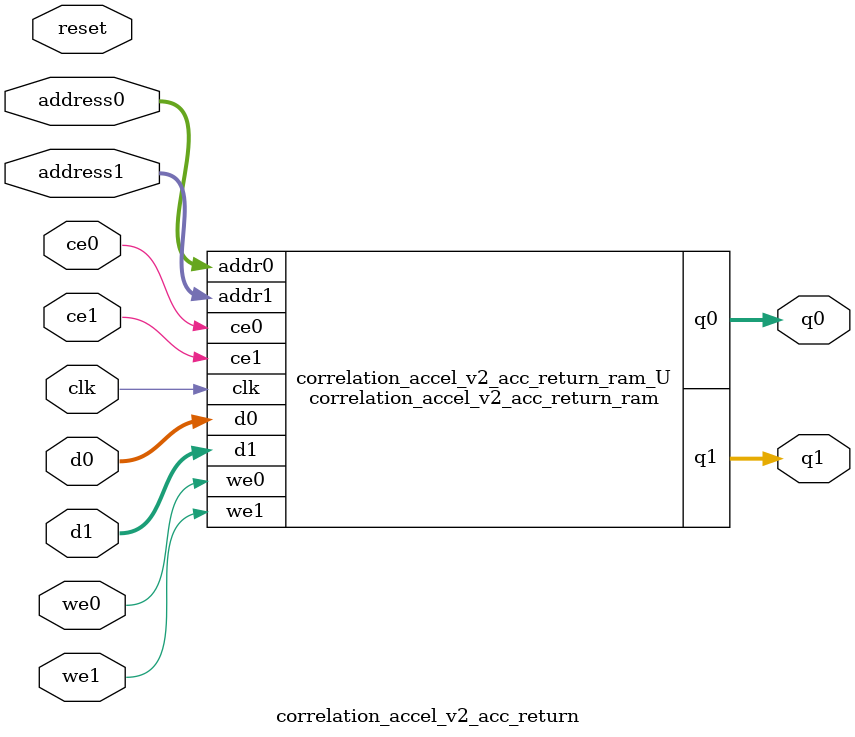
<source format=v>

`timescale 1 ns / 1 ps
module correlation_accel_v2_acc_return_ram (addr0, ce0, d0, we0, q0, addr1, ce1, d1, we1, q1,  clk);

parameter DWIDTH = 32;
parameter AWIDTH = 3;
parameter MEM_SIZE = 6;

input[AWIDTH-1:0] addr0;
input ce0;
input[DWIDTH-1:0] d0;
input we0;
output reg[DWIDTH-1:0] q0;
input[AWIDTH-1:0] addr1;
input ce1;
input[DWIDTH-1:0] d1;
input we1;
output reg[DWIDTH-1:0] q1;
input clk;

(* ram_style = "distributed" *)reg [DWIDTH-1:0] ram[MEM_SIZE-1:0];




always @(posedge clk)  
begin 
    if (ce0) 
    begin
        if (we0) 
        begin 
            ram[addr0] <= d0; 
            q0 <= d0;
        end 
        else 
            q0 <= ram[addr0];
    end
end


always @(posedge clk)  
begin 
    if (ce1) 
    begin
        if (we1) 
        begin 
            ram[addr1] <= d1; 
            q1 <= d1;
        end 
        else 
            q1 <= ram[addr1];
    end
end


endmodule


`timescale 1 ns / 1 ps
module correlation_accel_v2_acc_return(
    reset,
    clk,
    address0,
    ce0,
    we0,
    d0,
    q0,
    address1,
    ce1,
    we1,
    d1,
    q1);

parameter DataWidth = 32'd32;
parameter AddressRange = 32'd6;
parameter AddressWidth = 32'd3;
input reset;
input clk;
input[AddressWidth - 1:0] address0;
input ce0;
input we0;
input[DataWidth - 1:0] d0;
output[DataWidth - 1:0] q0;
input[AddressWidth - 1:0] address1;
input ce1;
input we1;
input[DataWidth - 1:0] d1;
output[DataWidth - 1:0] q1;



correlation_accel_v2_acc_return_ram correlation_accel_v2_acc_return_ram_U(
    .clk( clk ),
    .addr0( address0 ),
    .ce0( ce0 ),
    .d0( d0 ),
    .we0( we0 ),
    .q0( q0 ),
    .addr1( address1 ),
    .ce1( ce1 ),
    .d1( d1 ),
    .we1( we1 ),
    .q1( q1 ));

endmodule


</source>
